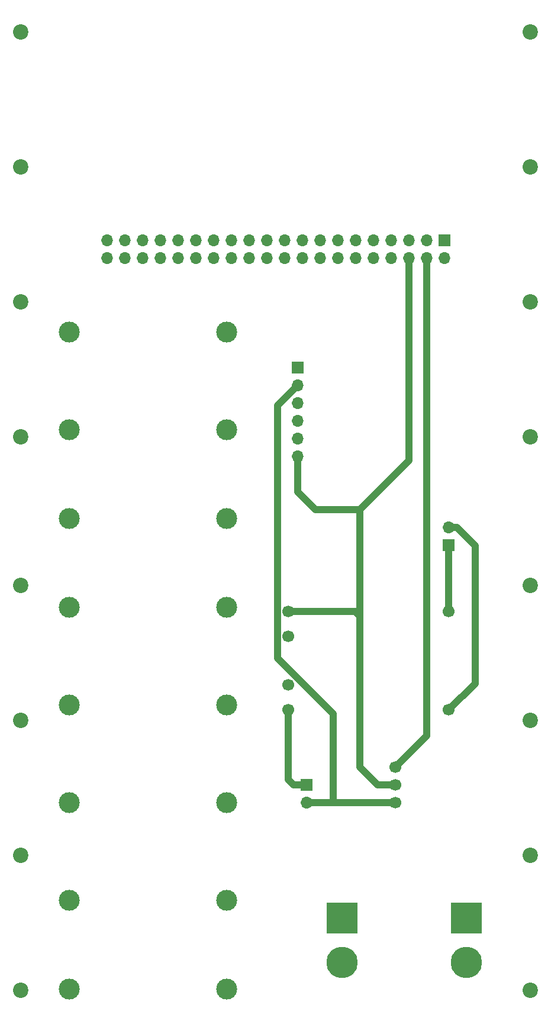
<source format=gbr>
G04 #@! TF.GenerationSoftware,KiCad,Pcbnew,(5.1.5-0-10_14)*
G04 #@! TF.CreationDate,2020-06-18T21:24:06+02:00*
G04 #@! TF.ProjectId,basepcb2,62617365-7063-4623-922e-6b696361645f,rev?*
G04 #@! TF.SameCoordinates,Original*
G04 #@! TF.FileFunction,Copper,L2,Bot*
G04 #@! TF.FilePolarity,Positive*
%FSLAX46Y46*%
G04 Gerber Fmt 4.6, Leading zero omitted, Abs format (unit mm)*
G04 Created by KiCad (PCBNEW (5.1.5-0-10_14)) date 2020-06-18 21:24:06*
%MOMM*%
%LPD*%
G04 APERTURE LIST*
%ADD10C,2.200000*%
%ADD11C,3.000000*%
%ADD12R,1.700000X1.700000*%
%ADD13O,1.700000X1.700000*%
%ADD14C,1.700000*%
%ADD15C,4.500880*%
%ADD16R,4.500880X4.500880*%
%ADD17C,1.000000*%
G04 APERTURE END LIST*
D10*
X82850000Y-147450000D03*
X9950000Y-147450000D03*
X82850000Y-128150000D03*
X9950000Y-128150000D03*
X82850000Y-108850000D03*
X9950000Y-108850000D03*
X82850000Y-89550000D03*
X9950000Y-89550000D03*
X82850000Y-68320000D03*
X9950000Y-68320000D03*
X82850000Y-49020000D03*
X9950000Y-49020000D03*
X82850000Y-29720000D03*
X9950000Y-29720000D03*
X82850000Y-10420000D03*
X9950000Y-10420000D03*
D11*
X16870000Y-67310000D03*
X39370000Y-67310000D03*
X39370000Y-106680000D03*
X16870000Y-106680000D03*
X16870000Y-120650000D03*
X39370000Y-120650000D03*
X39370000Y-134620000D03*
X16870000Y-134620000D03*
X16870000Y-147320000D03*
X39370000Y-147320000D03*
X39370000Y-53340000D03*
X16870000Y-53340000D03*
X39370000Y-80010000D03*
X16870000Y-80010000D03*
X16870000Y-92710000D03*
X39370000Y-92710000D03*
D12*
X50800000Y-118110000D03*
D13*
X50800000Y-120650000D03*
D12*
X49530000Y-58420000D03*
D13*
X49530000Y-60960000D03*
X49530000Y-63500000D03*
X49530000Y-66040000D03*
X49530000Y-68580000D03*
X49530000Y-71120000D03*
D14*
X63500000Y-115570000D03*
X63500000Y-118110000D03*
X63500000Y-120650000D03*
X48190000Y-107330000D03*
X48190000Y-103830000D03*
X48190000Y-96830000D03*
X48190000Y-93330000D03*
X71190000Y-93330000D03*
X71190000Y-107330000D03*
D12*
X70530000Y-40230000D03*
D13*
X70530000Y-42770000D03*
X67990000Y-40230000D03*
X67990000Y-42770000D03*
X65450000Y-40230000D03*
X65450000Y-42770000D03*
X62910000Y-40230000D03*
X62910000Y-42770000D03*
X60370000Y-40230000D03*
X60370000Y-42770000D03*
X57830000Y-40230000D03*
X57830000Y-42770000D03*
X55290000Y-40230000D03*
X55290000Y-42770000D03*
X52750000Y-40230000D03*
X52750000Y-42770000D03*
X50210000Y-40230000D03*
X50210000Y-42770000D03*
X47670000Y-40230000D03*
X47670000Y-42770000D03*
X45130000Y-40230000D03*
X45130000Y-42770000D03*
X42590000Y-40230000D03*
X42590000Y-42770000D03*
X40050000Y-40230000D03*
X40050000Y-42770000D03*
X37510000Y-40230000D03*
X37510000Y-42770000D03*
X34970000Y-40230000D03*
X34970000Y-42770000D03*
X32430000Y-40230000D03*
X32430000Y-42770000D03*
X29890000Y-40230000D03*
X29890000Y-42770000D03*
X27350000Y-40230000D03*
X27350000Y-42770000D03*
X24810000Y-40230000D03*
X24810000Y-42770000D03*
X22270000Y-40230000D03*
X22270000Y-42770000D03*
D15*
X55880000Y-143510000D03*
D16*
X55880000Y-137160000D03*
X73660000Y-137160000D03*
D15*
X73660000Y-143510000D03*
D12*
X71120000Y-83820000D03*
D13*
X71120000Y-81280000D03*
D17*
X48190000Y-117350000D02*
X48950000Y-118110000D01*
X48950000Y-118110000D02*
X50800000Y-118110000D01*
X48190000Y-107330000D02*
X48190000Y-117350000D01*
X54610000Y-107955998D02*
X54610000Y-120650000D01*
X46639999Y-99985997D02*
X54610000Y-107955998D01*
X46639999Y-63850001D02*
X46639999Y-99985997D01*
X49530000Y-60960000D02*
X46639999Y-63850001D01*
X54610000Y-120650000D02*
X63500000Y-120650000D01*
X50800000Y-120650000D02*
X54610000Y-120650000D01*
X65450000Y-71710000D02*
X65450000Y-42770000D01*
X63500000Y-118110000D02*
X60960000Y-118110000D01*
X60960000Y-118110000D02*
X58420000Y-115570000D01*
X58420000Y-78740000D02*
X65450000Y-71710000D01*
X58420000Y-115570000D02*
X58420000Y-93980000D01*
X57770000Y-93330000D02*
X48190000Y-93330000D01*
X58420000Y-93980000D02*
X57770000Y-93330000D01*
X58420000Y-93980000D02*
X58420000Y-78740000D01*
X58420000Y-78740000D02*
X52070000Y-78740000D01*
X49530000Y-76200000D02*
X49530000Y-71120000D01*
X52070000Y-78740000D02*
X49530000Y-76200000D01*
X67990000Y-111080000D02*
X63500000Y-115570000D01*
X67990000Y-42770000D02*
X67990000Y-111080000D01*
X71190000Y-83890000D02*
X71120000Y-83820000D01*
X71190000Y-93330000D02*
X71190000Y-83890000D01*
X71190000Y-107330000D02*
X74930000Y-103590000D01*
X74930000Y-83887919D02*
X72322081Y-81280000D01*
X72322081Y-81280000D02*
X71120000Y-81280000D01*
X74930000Y-103590000D02*
X74930000Y-83887919D01*
M02*

</source>
